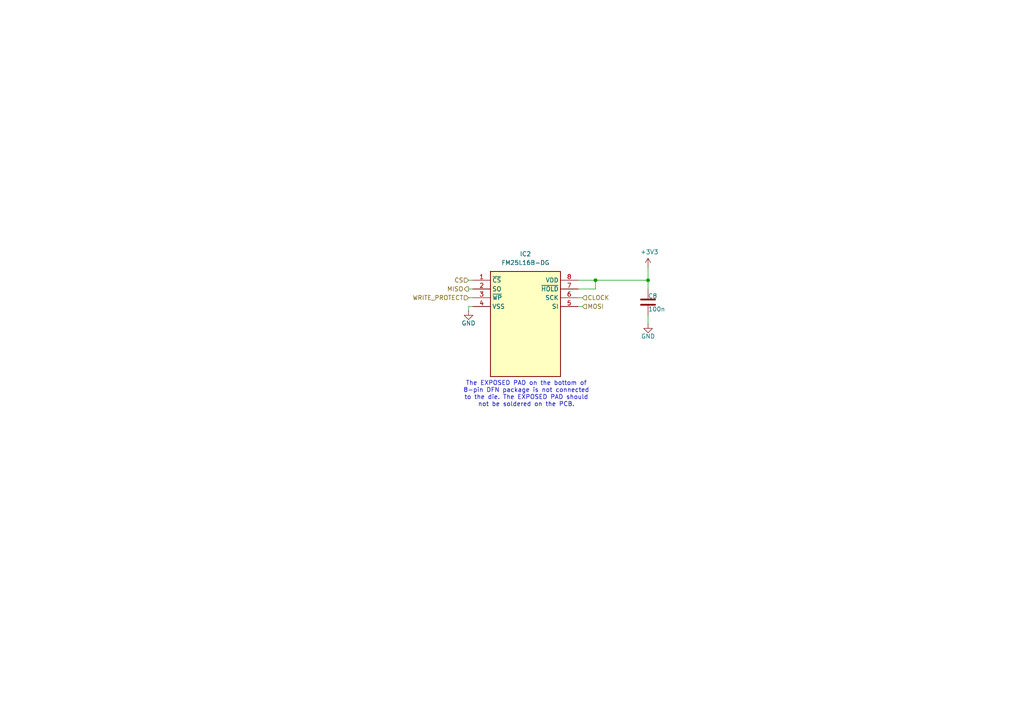
<source format=kicad_sch>
(kicad_sch (version 20250114) (generator "eeschema") (generator_version "9.0")
  (paper "A4")
  (lib_symbols
    (symbol "Device:C" (pin_numbers (hide yes)) (pin_names (offset 0.254))
      (property "Reference" "C" (at 0.635 2.54 0))
      (property "Value" "C" (at 0.635 -2.54 0))
      (symbol "C_0_1"
        (polyline (pts (xy -2.032 0.762) (xy 2.032 0.762)) (stroke (width 0.508)))
        (polyline (pts (xy -2.032 -0.762) (xy 2.032 -0.762)) (stroke (width 0.508)))
      )
      (symbol "C_1_1"
        (pin passive line (at 0 3.81 270) (length 2.794) (name "~") (number "1"))
        (pin passive line (at 0 -3.81 90) (length 2.794) (name "~") (number "2"))
      )
    )
    (symbol "FM25L16B-DG:FM25L16B-DG"
      (property "Reference" "IC2" (at 15.24 7.62 0))
      (property "Value" "FM25L16B-DG" (at 15.24 5.08 0))
      (symbol "FM25L16B-DG_1_1"
        (rectangle (start 5.08 2.54) (end 25.4 -27.94) (stroke (width 0.254)) (fill (type background)))
        (pin passive line (at 0 0 0) (length 5.08) (name "~{CS}") (number "1"))
        (pin passive line (at 0 -2.54 0) (length 5.08) (name "SO") (number "2"))
        (pin passive line (at 0 -5.08 0) (length 5.08) (name "~{WP}") (number "3"))
        (pin passive line (at 0 -7.62 0) (length 5.08) (name "VSS") (number "4"))
        (pin passive line (at 30.48 0 180) (length 5.08) (name "VDD") (number "8"))
        (pin passive line (at 30.48 -2.54 180) (length 5.08) (name "~{HOLD}") (number "7"))
        (pin passive line (at 30.48 -5.08 180) (length 5.08) (name "SCK") (number "6"))
        (pin passive line (at 30.48 -7.62 180) (length 5.08) (name "SI") (number "5"))
      )
    )
    (symbol "power:+3V3" (power) (pin_names (offset 0))
      (property "Value" "+3V3" (at 0 3.556 0))
      (symbol "+3V3_0_1"
        (polyline (pts (xy -0.762 1.27) (xy 0 2.54)))
        (polyline (pts (xy 0 2.54) (xy 0.762 1.27)))
        (polyline (pts (xy 0 0) (xy 0 2.54)))
      )
      (symbol "+3V3_1_1"
        (pin power_in line (at 0 0 90) (length 0) (hide yes) (name "+3V3") (number "1"))
      )
    )
    (symbol "power:GND" (power) (pin_numbers (hide yes)) (pin_names (offset 0) (hide yes))
      (property "Value" "GND" (at 0 -3.81 0))
      (symbol "GND_0_1"
        (polyline (pts (xy 0 0) (xy 0 -1.27) (xy 1.27 -1.27) (xy 0 -2.54) (xy -1.27 -1.27) (xy 0 -1.27)))
      )
      (symbol "GND_1_1"
        (pin power_in line (at 0 0 270) (length 0) (name "~") (number "1"))
      )
    )
  )
  (text "The EXPOSED PAD on the bottom of\n8-pin DFN package is not connected\nto the die. The EXPOSED PAD should\nnot be soldered on the PCB." (at 152.654 114.3 0) (effects (font (size 1.27 1.27))))
  (junction (at 187.96 81.28))
  (junction (at 172.72 81.28))
  (wire (pts (xy 135.89 88.9) (xy 137.16 88.9)))
  (wire (pts (xy 167.64 83.82) (xy 172.72 83.82)))
  (wire (pts (xy 135.89 81.28) (xy 137.16 81.28)))
  (wire (pts (xy 172.72 83.82) (xy 172.72 81.28)))
  (wire (pts (xy 187.96 93.98) (xy 187.96 91.44)))
  (wire (pts (xy 172.72 81.28) (xy 187.96 81.28)))
  (wire (pts (xy 135.89 83.82) (xy 137.16 83.82)))
  (wire (pts (xy 168.91 86.36) (xy 167.64 86.36)))
  (wire (pts (xy 167.64 81.28) (xy 172.72 81.28)))
  (wire (pts (xy 135.89 88.9) (xy 135.89 90.17)))
  (wire (pts (xy 135.89 86.36) (xy 137.16 86.36)))
  (wire (pts (xy 168.91 88.9) (xy 167.64 88.9)))
  (wire (pts (xy 187.96 83.82) (xy 187.96 81.28)))
  (wire (pts (xy 187.96 77.47) (xy 187.96 81.28)))
  (hierarchical_label "CLOCK" (shape input) (at 168.91 86.36 0))
  (hierarchical_label "WRITE_PROTECT" (shape input) (at 135.89 86.36 180))
  (hierarchical_label "MOSI" (shape input) (at 168.91 88.9 0))
  (hierarchical_label "MISO" (shape output) (at 135.89 83.82 180))
  (hierarchical_label "CS" (shape input) (at 135.89 81.28 180))
  (symbol (lib_id "Device:C") (at 187.96 87.63 180) (unit 1)
    (property "Reference" "C8" (at 187.96 85.852 0) (effects (justify right)))
    (property "Value" "100n" (at 187.96 89.662 0) (effects (justify right)))
    (property "Footprint" "Capacitor_SMD:C_0402_1005Metric" (effects (hide yes)))
    (property "Description" "Unpolarized capacitor" (effects (hide yes)))
  )
  (symbol (lib_id "power:GND") (at 187.96 93.98 0) (unit 1)
    (property "Reference" "#PWR033" (effects (hide yes)))
    (property "Value" "GND" (at 187.96 97.536 0))
    (property "Description" "Power symbol creates a global label with name \"GND\" , ground" (effects (hide yes)))
  )
  (symbol (lib_id "power:GND") (at 135.89 90.17 0) (unit 1)
    (property "Reference" "#PWR031" (effects (hide yes)))
    (property "Value" "GND" (at 135.89 93.726 0))
    (property "Description" "Power symbol creates a global label with name \"GND\" , ground" (effects (hide yes)))
  )
  (symbol (lib_id "power:+3V3") (at 187.96 77.47 0) (unit 1)
    (property "Reference" "#PWR032" (effects (hide yes)))
    (property "Value" "+3V3" (at 188.341 73.0758 0))
  )
  (symbol (lib_id "FM25L16B-DG:FM25L16B-DG") (at 137.16 81.28 0) (unit 1)
    (property "Reference" "IC2" (at 152.4 73.66 0))
    (property "Value" "FM25L16B-DG" (at 152.4 76.2 0))
    (property "Footprint" "components:FM25L16B-DG" (effects (hide yes)))
    (property "Datasheet" "http://www.cypress.com/file/136516/download" (effects (hide yes)))
    (property "Description" "Cypress Semiconductor FM25L16B-DG SPI FRAM Memory, 16kbit 8-Pin DFN" (effects (hide yes)))
    (property "Height" "0.8" (effects (hide yes)))
    (property "Mouser Part Number" "877-FM25L16B-DG" (effects (hide yes)))
    (property "Mouser Price/Stock" "https://www.mouser.co.uk/ProductDetail/Cypress-Semiconductor/FM25L16B-DG/?qs=pA5MXup5wxFhAYRqaOzAww%3D%3D" (effects (hide yes)))
    (property "Manufacturer_Name" "Infineon" (effects (hide yes)))
    (property "Manufacturer_Part_Number" "FM25L16B-DG" (effects (hide yes)))
  )
)
</source>
